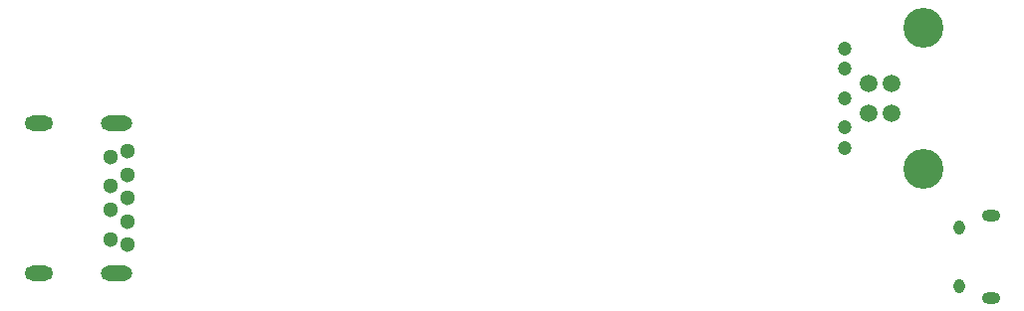
<source format=gbr>
%TF.GenerationSoftware,KiCad,Pcbnew,7.0.8*%
%TF.CreationDate,2024-05-30T14:18:46+02:00*%
%TF.ProjectId,usb_c_cable_tester,7573625f-635f-4636-9162-6c655f746573,2.2*%
%TF.SameCoordinates,Original*%
%TF.FileFunction,Paste,Bot*%
%TF.FilePolarity,Positive*%
%FSLAX46Y46*%
G04 Gerber Fmt 4.6, Leading zero omitted, Abs format (unit mm)*
G04 Created by KiCad (PCBNEW 7.0.8) date 2024-05-30 14:18:46*
%MOMM*%
%LPD*%
G01*
G04 APERTURE LIST*
%ADD10O,1.550000X1.000000*%
%ADD11O,0.950000X1.250000*%
%ADD12C,1.500000*%
%ADD13C,1.200000*%
%ADD14C,3.400000*%
%ADD15C,1.300000*%
%ADD16O,2.700000X1.300000*%
%ADD17O,2.400000X1.300000*%
G04 APERTURE END LIST*
D10*
%TO.C,J3*%
X140850000Y-100500000D03*
D11*
X138150000Y-99500000D03*
X138150000Y-94500000D03*
D10*
X140850000Y-93500000D03*
%TD*%
D12*
%TO.C,J4*%
X130435000Y-82250000D03*
X130435000Y-84750000D03*
X132445000Y-84750000D03*
X132445000Y-82250000D03*
D13*
X128445000Y-87750000D03*
X128445000Y-86000000D03*
X128445000Y-83500000D03*
X128445000Y-81000000D03*
X128445000Y-79250000D03*
D14*
X135145000Y-89520000D03*
X135145000Y-77480000D03*
%TD*%
D15*
%TO.C,J6*%
X66000000Y-88500000D03*
X66000000Y-91000000D03*
X66000000Y-93000000D03*
X66000000Y-95500000D03*
X67500000Y-96000000D03*
X67500000Y-94000000D03*
X67500000Y-92000000D03*
X67500000Y-90000000D03*
X67500000Y-88000000D03*
D16*
X66500000Y-85600000D03*
D17*
X59900000Y-85600000D03*
D16*
X66500000Y-98400000D03*
D17*
X59900000Y-98400000D03*
%TD*%
M02*

</source>
